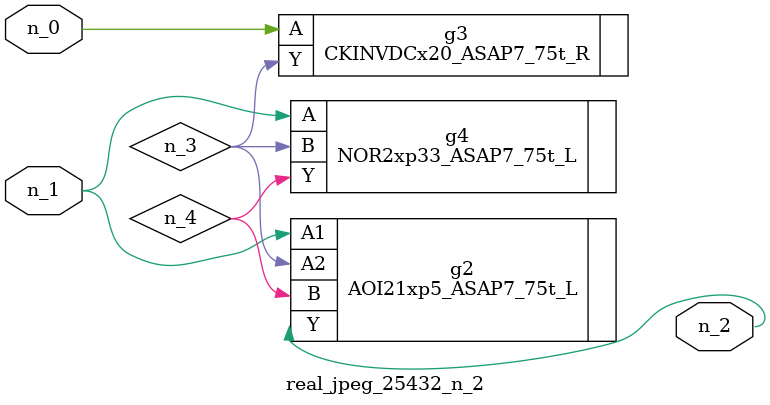
<source format=v>
module real_jpeg_25432_n_2 (n_1, n_0, n_2);

input n_1;
input n_0;

output n_2;

wire n_4;
wire n_3;

CKINVDCx20_ASAP7_75t_R g3 ( 
.A(n_0),
.Y(n_3)
);

AOI21xp5_ASAP7_75t_L g2 ( 
.A1(n_1),
.A2(n_3),
.B(n_4),
.Y(n_2)
);

NOR2xp33_ASAP7_75t_L g4 ( 
.A(n_1),
.B(n_3),
.Y(n_4)
);


endmodule
</source>
